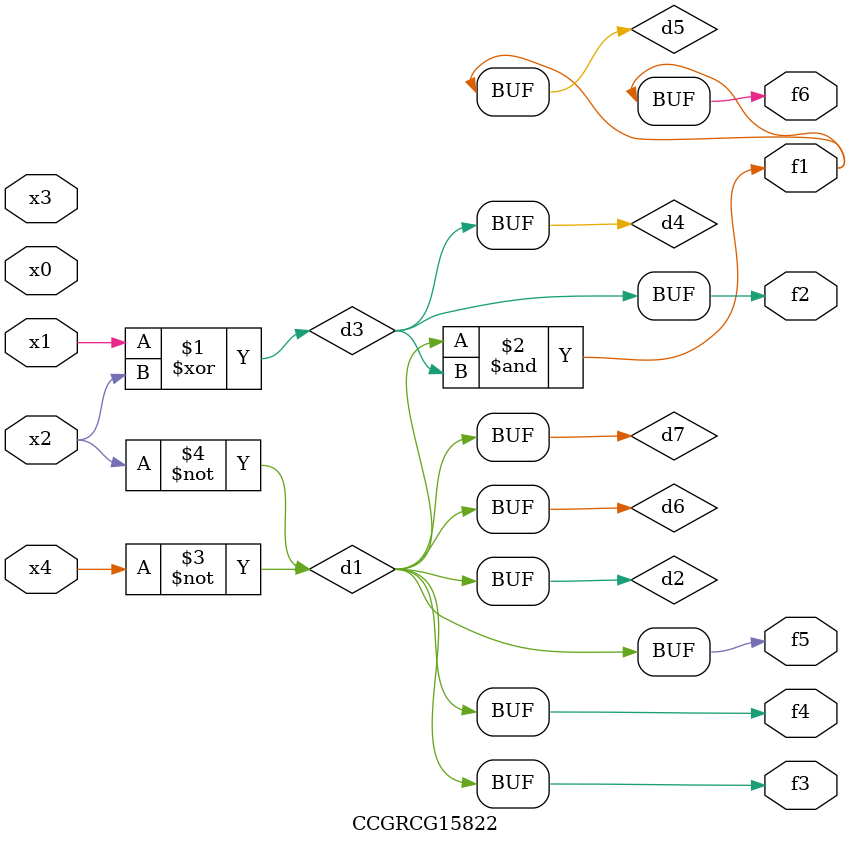
<source format=v>
module CCGRCG15822(
	input x0, x1, x2, x3, x4,
	output f1, f2, f3, f4, f5, f6
);

	wire d1, d2, d3, d4, d5, d6, d7;

	not (d1, x4);
	not (d2, x2);
	xor (d3, x1, x2);
	buf (d4, d3);
	and (d5, d1, d3);
	buf (d6, d1, d2);
	buf (d7, d2);
	assign f1 = d5;
	assign f2 = d4;
	assign f3 = d7;
	assign f4 = d7;
	assign f5 = d7;
	assign f6 = d5;
endmodule

</source>
